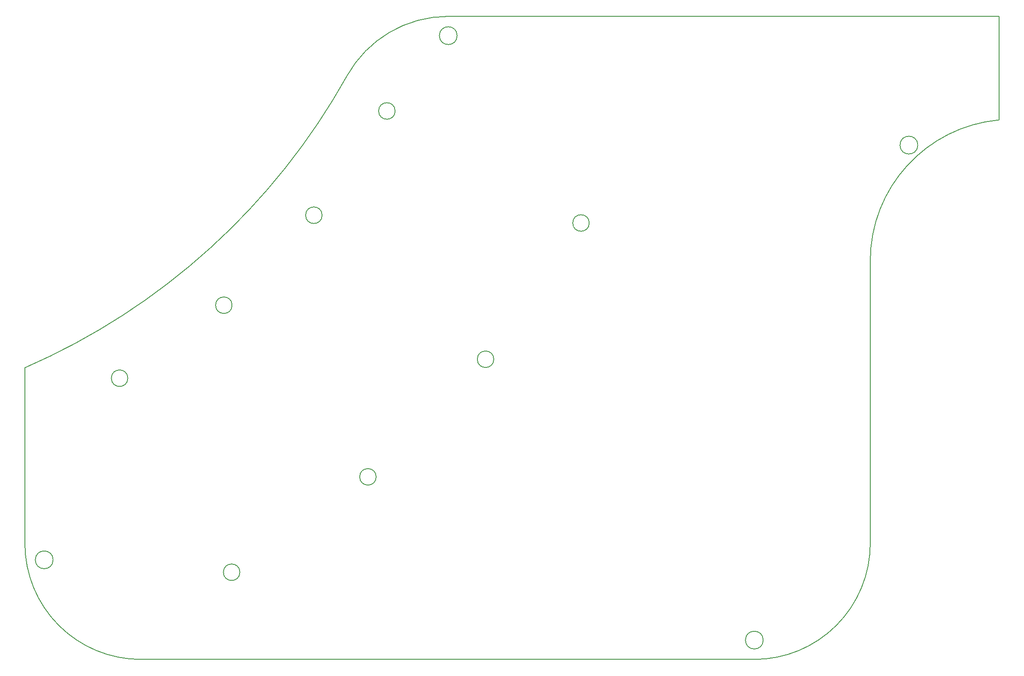
<source format=gbr>
%TF.GenerationSoftware,KiCad,Pcbnew,9.0.4*%
%TF.CreationDate,2025-09-28T19:10:48-04:00*%
%TF.ProjectId,Stradex1,53747261-6465-4783-912e-6b696361645f,rev?*%
%TF.SameCoordinates,Original*%
%TF.FileFunction,Profile,NP*%
%FSLAX46Y46*%
G04 Gerber Fmt 4.6, Leading zero omitted, Abs format (unit mm)*
G04 Created by KiCad (PCBNEW 9.0.4) date 2025-09-28 19:10:48*
%MOMM*%
%LPD*%
G01*
G04 APERTURE LIST*
%TA.AperFunction,Profile*%
%ADD10C,0.200000*%
%TD*%
G04 APERTURE END LIST*
D10*
X187380016Y-155426236D02*
G75*
G02*
X183874816Y-155426236I-1752600J0D01*
G01*
X183874816Y-155426236D02*
G75*
G02*
X187380016Y-155426236I1752600J0D01*
G01*
X217860016Y-57785000D02*
G75*
G02*
X214354816Y-57785000I-1752600J0D01*
G01*
X214354816Y-57785000D02*
G75*
G02*
X217860016Y-57785000I1752600J0D01*
G01*
X100393448Y-71617986D02*
G75*
G02*
X97142248Y-71617986I-1625600J0D01*
G01*
X97142248Y-71617986D02*
G75*
G02*
X100393448Y-71617986I1625600J0D01*
G01*
X153067365Y-73152000D02*
G75*
G02*
X149816165Y-73152000I-1625600J0D01*
G01*
X149816165Y-73152000D02*
G75*
G02*
X153067365Y-73152000I1625600J0D01*
G01*
X84176259Y-142043105D02*
G75*
G02*
X80925059Y-142043105I-1625600J0D01*
G01*
X80925059Y-142043105D02*
G75*
G02*
X84176259Y-142043105I1625600J0D01*
G01*
X233887416Y-32385000D02*
X233887416Y-52820695D01*
X114792506Y-51054000D02*
G75*
G02*
X111541306Y-51054000I-1625600J0D01*
G01*
X111541306Y-51054000D02*
G75*
G02*
X114792506Y-51054000I1625600J0D01*
G01*
X47346259Y-139597150D02*
G75*
G02*
X43841059Y-139597150I-1752600J0D01*
G01*
X43841059Y-139597150D02*
G75*
G02*
X47346259Y-139597150I1752600J0D01*
G01*
X185627416Y-159236236D02*
X64643655Y-159236236D01*
X125272725Y-32385000D02*
X233887416Y-32385000D01*
X105300965Y-44122707D02*
G75*
G02*
X125272725Y-32384998I19971755J-11122153D01*
G01*
X62078259Y-103768247D02*
G75*
G02*
X58827059Y-103768247I-1625600J0D01*
G01*
X58827059Y-103768247D02*
G75*
G02*
X62078259Y-103768247I1625600J0D01*
G01*
X64643655Y-159236236D02*
G75*
G02*
X41783654Y-136376236I-5J22859996D01*
G01*
X208487416Y-80644936D02*
G75*
G02*
X233887416Y-52820693I27939924J6D01*
G01*
X208487416Y-136376276D02*
G75*
G02*
X185627416Y-159236236I-22859956J-4D01*
G01*
X208487416Y-80644936D02*
X208487416Y-136376276D01*
X41783659Y-101705433D02*
X41783659Y-136376236D01*
X134249548Y-100026627D02*
G75*
G02*
X130998348Y-100026627I-1625600J0D01*
G01*
X130998348Y-100026627D02*
G75*
G02*
X134249548Y-100026627I1625600J0D01*
G01*
X82642245Y-89369189D02*
G75*
G02*
X79391045Y-89369189I-1625600J0D01*
G01*
X79391045Y-89369189D02*
G75*
G02*
X82642245Y-89369189I1625600J0D01*
G01*
X111050886Y-123225289D02*
G75*
G02*
X107799686Y-123225289I-1625600J0D01*
G01*
X107799686Y-123225289D02*
G75*
G02*
X111050886Y-123225289I1625600J0D01*
G01*
X127025400Y-36195000D02*
G75*
G02*
X123520200Y-36195000I-1752600J0D01*
G01*
X123520200Y-36195000D02*
G75*
G02*
X127025400Y-36195000I1752600J0D01*
G01*
X105300965Y-44122707D02*
G75*
G02*
X41783659Y-101705433I-116857286J65077689D01*
G01*
M02*

</source>
